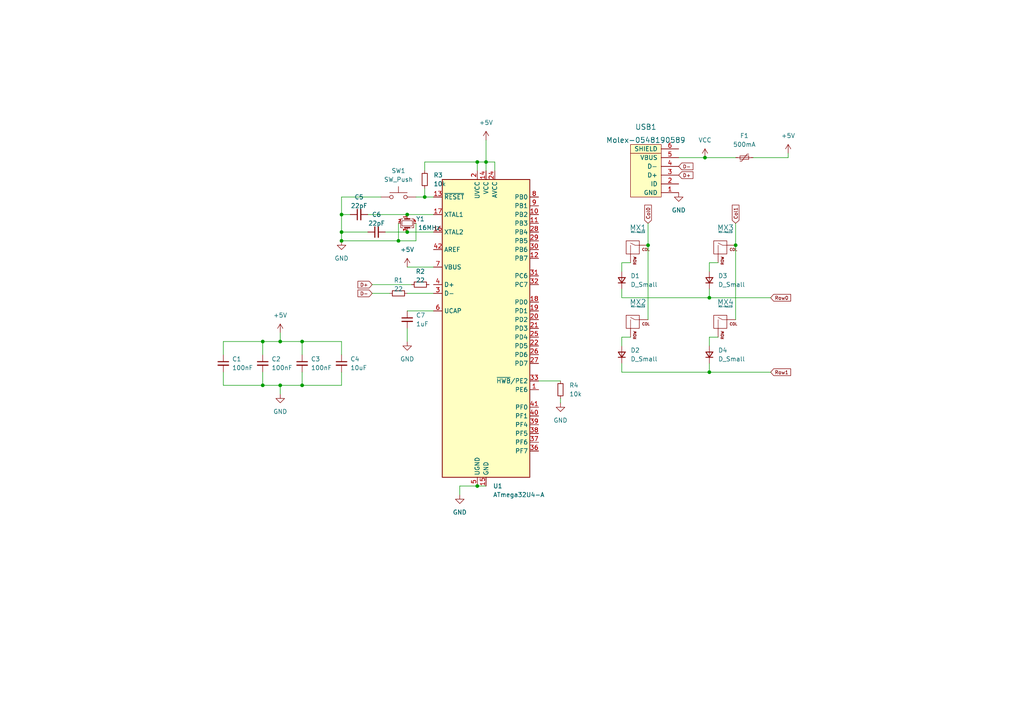
<source format=kicad_sch>
(kicad_sch (version 20211123) (generator eeschema)
  (paper "A4")
  (lib_symbols
    (symbol "Device:C_Small" (pin_numbers hide) (pin_names (offset 0.254) hide)
      (property "Reference" "C" (at 0.254 1.778 0))
      (property "Value" "C_Small" (at 0.254 -2.032 0))
      (symbol "C_Small_0_1"
        (polyline (pts (xy -1.524 -0.508) (xy 1.524 -0.508)) (stroke (width 0.3302)))
        (polyline (pts (xy -1.524 0.508) (xy 1.524 0.508)) (stroke (width 0.3048)))
      )
      (symbol "C_Small_1_1"
        (pin passive line (at 0 2.54 270) (length 2.032) (name "~") (number "1"))
        (pin passive line (at 0 -2.54 90) (length 2.032) (name "~") (number "2"))
      )
    )
    (symbol "Device:Crystal_GND24_Small" (pin_names (offset 1.016) hide)
      (property "Reference" "Y" (at 1.27 4.445 0))
      (property "Value" "Crystal_GND24_Small" (at 1.27 2.54 0))
      (symbol "Crystal_GND24_Small_0_1"
        (rectangle (start -0.762 -1.524) (end 0.762 1.524))
        (polyline (pts (xy -1.27 -0.762) (xy -1.27 0.762)) (stroke (width 0.381)))
        (polyline (pts (xy 1.27 -0.762) (xy 1.27 0.762)) (stroke (width 0.381)))
        (polyline (pts (xy -1.27 -1.27) (xy -1.27 -1.905) (xy 1.27 -1.905) (xy 1.27 -1.27)))
        (polyline (pts (xy -1.27 1.27) (xy -1.27 1.905) (xy 1.27 1.905) (xy 1.27 1.27)))
      )
      (symbol "Crystal_GND24_Small_1_1"
        (pin passive line (at -2.54 0 0) (length 1.27) (name "1") (number "1"))
        (pin passive line (at 0 -2.54 90) (length 0.635) (name "2") (number "2"))
        (pin passive line (at 2.54 0 180) (length 1.27) (name "3") (number "3"))
        (pin passive line (at 0 2.54 270) (length 0.635) (name "4") (number "4"))
      )
    )
    (symbol "Device:D_Small" (pin_numbers hide) (pin_names (offset 0.254) hide)
      (property "Reference" "D" (at -1.27 2.032 0))
      (property "Value" "D_Small" (at -3.81 -2.032 0))
      (symbol "D_Small_0_1"
        (polyline (pts (xy -0.762 -1.016) (xy -0.762 1.016)) (stroke (width 0.254)))
        (polyline (pts (xy -0.762 0) (xy 0.762 0)))
        (polyline (pts (xy 0.762 -1.016) (xy -0.762 0) (xy 0.762 1.016) (xy 0.762 -1.016)) (stroke (width 0.254)))
      )
      (symbol "D_Small_1_1"
        (pin passive line (at -2.54 0 0) (length 1.778) (name "K") (number "1"))
        (pin passive line (at 2.54 0 180) (length 1.778) (name "A") (number "2"))
      )
    )
    (symbol "Device:Polyfuse_Small" (pin_numbers hide) (pin_names (offset 0))
      (property "Reference" "F" (at -1.905 0 90))
      (property "Value" "Polyfuse_Small" (at 1.905 0 90))
      (symbol "Polyfuse_Small_0_1"
        (rectangle (start -0.508 1.27) (end 0.508 -1.27))
        (polyline (pts (xy 0 2.54) (xy 0 -2.54)))
        (polyline (pts (xy -1.016 1.27) (xy -1.016 0.762) (xy 1.016 -0.762) (xy 1.016 -1.27)))
      )
      (symbol "Polyfuse_Small_1_1"
        (pin passive line (at 0 2.54 270) (length 0.635) (name "~") (number "1"))
        (pin passive line (at 0 -2.54 90) (length 0.635) (name "~") (number "2"))
      )
    )
    (symbol "Device:R_Small" (pin_numbers hide) (pin_names (offset 0.254) hide)
      (property "Reference" "R" (at 0.762 0.508 0))
      (property "Value" "R_Small" (at 0.762 -1.016 0))
      (symbol "R_Small_0_1"
        (rectangle (start -0.762 1.778) (end 0.762 -1.778) (stroke (width 0.2032)))
      )
      (symbol "R_Small_1_1"
        (pin passive line (at 0 2.54 270) (length 0.762) (name "~") (number "1"))
        (pin passive line (at 0 -2.54 90) (length 0.762) (name "~") (number "2"))
      )
    )
    (symbol "MCU_Microchip_ATmega:ATmega32U4-A"
      (property "Reference" "U" (at -12.7 44.45 0))
      (property "Value" "ATmega32U4-A" (at 2.54 -44.45 0))
      (symbol "ATmega32U4-A_0_1"
        (rectangle (start -12.7 -43.18) (end 12.7 43.18) (stroke (width 0.254)) (fill (type background)))
      )
      (symbol "ATmega32U4-A_1_1"
        (pin bidirectional line (at 15.24 -17.78 180) (length 2.54) (name "PE6") (number "1"))
        (pin bidirectional line (at 15.24 33.02 180) (length 2.54) (name "PB2") (number "10"))
        (pin bidirectional line (at 15.24 30.48 180) (length 2.54) (name "PB3") (number "11"))
        (pin bidirectional line (at 15.24 20.32 180) (length 2.54) (name "PB7") (number "12"))
        (pin input line (at -15.24 38.1 0) (length 2.54) (name "~{RESET}") (number "13"))
        (pin power_in line (at 0 45.72 270) (length 2.54) (name "VCC") (number "14"))
        (pin power_in line (at 0 -45.72 90) (length 2.54) (name "GND") (number "15"))
        (pin output line (at -15.24 27.94 0) (length 2.54) (name "XTAL2") (number "16"))
        (pin input line (at -15.24 33.02 0) (length 2.54) (name "XTAL1") (number "17"))
        (pin bidirectional line (at 15.24 7.62 180) (length 2.54) (name "PD0") (number "18"))
        (pin bidirectional line (at 15.24 5.08 180) (length 2.54) (name "PD1") (number "19"))
        (pin power_in line (at -2.54 45.72 270) (length 2.54) (name "UVCC") (number "2"))
        (pin bidirectional line (at 15.24 2.54 180) (length 2.54) (name "PD2") (number "20"))
        (pin bidirectional line (at 15.24 0 180) (length 2.54) (name "PD3") (number "21"))
        (pin bidirectional line (at 15.24 -5.08 180) (length 2.54) (name "PD5") (number "22"))
        (pin passive line (at 0 -45.72 90) (length 2.54) hide (name "GND") (number "23"))
        (pin power_in line (at 2.54 45.72 270) (length 2.54) (name "AVCC") (number "24"))
        (pin bidirectional line (at 15.24 -2.54 180) (length 2.54) (name "PD4") (number "25"))
        (pin bidirectional line (at 15.24 -7.62 180) (length 2.54) (name "PD6") (number "26"))
        (pin bidirectional line (at 15.24 -10.16 180) (length 2.54) (name "PD7") (number "27"))
        (pin bidirectional line (at 15.24 27.94 180) (length 2.54) (name "PB4") (number "28"))
        (pin bidirectional line (at 15.24 25.4 180) (length 2.54) (name "PB5") (number "29"))
        (pin bidirectional line (at -15.24 10.16 0) (length 2.54) (name "D-") (number "3"))
        (pin bidirectional line (at 15.24 22.86 180) (length 2.54) (name "PB6") (number "30"))
        (pin bidirectional line (at 15.24 15.24 180) (length 2.54) (name "PC6") (number "31"))
        (pin bidirectional line (at 15.24 12.7 180) (length 2.54) (name "PC7") (number "32"))
        (pin bidirectional line (at 15.24 -15.24 180) (length 2.54) (name "~{HWB}/PE2") (number "33"))
        (pin passive line (at 0 45.72 270) (length 2.54) hide (name "VCC") (number "34"))
        (pin passive line (at 0 -45.72 90) (length 2.54) hide (name "GND") (number "35"))
        (pin bidirectional line (at 15.24 -35.56 180) (length 2.54) (name "PF7") (number "36"))
        (pin bidirectional line (at 15.24 -33.02 180) (length 2.54) (name "PF6") (number "37"))
        (pin bidirectional line (at 15.24 -30.48 180) (length 2.54) (name "PF5") (number "38"))
        (pin bidirectional line (at 15.24 -27.94 180) (length 2.54) (name "PF4") (number "39"))
        (pin bidirectional line (at -15.24 12.7 0) (length 2.54) (name "D+") (number "4"))
        (pin bidirectional line (at 15.24 -25.4 180) (length 2.54) (name "PF1") (number "40"))
        (pin bidirectional line (at 15.24 -22.86 180) (length 2.54) (name "PF0") (number "41"))
        (pin passive line (at -15.24 22.86 0) (length 2.54) (name "AREF") (number "42"))
        (pin passive line (at 0 -45.72 90) (length 2.54) hide (name "GND") (number "43"))
        (pin passive line (at 2.54 45.72 270) (length 2.54) hide (name "AVCC") (number "44"))
        (pin passive line (at -2.54 -45.72 90) (length 2.54) (name "UGND") (number "5"))
        (pin passive line (at -15.24 5.08 0) (length 2.54) (name "UCAP") (number "6"))
        (pin input line (at -15.24 17.78 0) (length 2.54) (name "VBUS") (number "7"))
        (pin bidirectional line (at 15.24 38.1 180) (length 2.54) (name "PB0") (number "8"))
        (pin bidirectional line (at 15.24 35.56 180) (length 2.54) (name "PB1") (number "9"))
      )
    )
    (symbol "MX_Alps_Hybrid:MX-NoLED" (pin_names (offset 1.016))
      (property "Reference" "MX" (at -0.635 3.81 0))
      (property "Value" "MX-NoLED" (at -0.635 1.27 0))
      (symbol "MX-NoLED_0_0"
        (rectangle (start -2.54 2.54) (end 1.27 -1.27))
        (polyline (pts (xy -1.27 -1.27) (xy -1.27 1.27)) (stroke (width 0.127)))
        (polyline (pts (xy 1.27 1.27) (xy 0 1.27) (xy -1.27 1.905)) (stroke (width 0.127)))
        (text "COL" (at 3.175 0 0) (effects (font (size 0.762 0.762))))
        (text "ROW" (at 0 -1.905 900) (effects (font (size 0.762 0.762)) (justify right)))
      )
      (symbol "MX-NoLED_1_1"
        (pin passive line (at 3.81 1.27 180) (length 2.54) (name "COL") (number "1"))
        (pin passive line (at -1.27 -3.81 90) (length 2.54) (name "ROW") (number "2"))
      )
    )
    (symbol "Switch:SW_Push" (pin_numbers hide) (pin_names (offset 1.016) hide)
      (property "Reference" "SW" (at 1.27 2.54 0))
      (property "Value" "SW_Push" (at 0 -1.524 0))
      (symbol "SW_Push_0_1"
        (circle (center -2.032 0) (radius 0.508))
        (polyline (pts (xy 0 1.27) (xy 0 3.048)))
        (polyline (pts (xy 2.54 1.27) (xy -2.54 1.27)))
        (circle (center 2.032 0) (radius 0.508))
        (pin passive line (at -5.08 0 0) (length 2.54) (name "1") (number "1"))
        (pin passive line (at 5.08 0 180) (length 2.54) (name "2") (number "2"))
      )
    )
    (symbol "power:+5V" (power) (pin_names (offset 0))
      (property "Value" "+5V" (at 0 3.556 0))
      (symbol "+5V_0_1"
        (polyline (pts (xy -0.762 1.27) (xy 0 2.54)))
        (polyline (pts (xy 0 0) (xy 0 2.54)))
        (polyline (pts (xy 0 2.54) (xy 0.762 1.27)))
      )
      (symbol "+5V_1_1"
        (pin power_in line (at 0 0 90) (length 0) hide (name "+5V") (number "1"))
      )
    )
    (symbol "power:GND" (power) (pin_names (offset 0))
      (property "Value" "GND" (at 0 -3.81 0))
      (symbol "GND_0_1"
        (polyline (pts (xy 0 0) (xy 0 -1.27) (xy 1.27 -1.27) (xy 0 -2.54) (xy -1.27 -1.27) (xy 0 -1.27)))
      )
      (symbol "GND_1_1"
        (pin power_in line (at 0 0 270) (length 0) hide (name "GND") (number "1"))
      )
    )
    (symbol "power:VCC" (power) (pin_names (offset 0))
      (property "Value" "VCC" (at 0 3.81 0))
      (symbol "VCC_0_1"
        (polyline (pts (xy -0.762 1.27) (xy 0 2.54)))
        (polyline (pts (xy 0 0) (xy 0 2.54)))
        (polyline (pts (xy 0 2.54) (xy 0.762 1.27)))
      )
      (symbol "VCC_1_1"
        (pin power_in line (at 0 0 90) (length 0) hide (name "VCC") (number "1"))
      )
    )
    (symbol "random-keyboard-parts:Molex-0548190589" (pin_names (offset 1.016))
      (property "Reference" "USB" (at 0 7.62 0))
      (property "Value" "Molex-0548190589" (at 0 10.16 0))
      (symbol "Molex-0548190589_0_0"
        (polyline (pts (xy 6.35 -2.54) (xy 6.35 6.35)))
        (rectangle (start 8.89 -2.54) (end -6.35 6.35) (fill (type background)))
      )
      (symbol "Molex-0548190589_1_1"
        (pin input line (at -5.08 -7.62 90) (length 5.08) (name "GND") (number "1"))
        (pin input line (at -2.54 -7.62 90) (length 5.08) (name "ID") (number "2"))
        (pin input line (at 0 -7.62 90) (length 5.08) (name "D+") (number "3"))
        (pin input line (at 2.54 -7.62 90) (length 5.08) (name "D-") (number "4"))
        (pin input line (at 5.08 -7.62 90) (length 5.08) (name "VBUS") (number "5"))
        (pin input line (at 7.62 -7.62 90) (length 5.08) (name "SHIELD") (number "6"))
      )
    )
  )
  (junction (at 187.96 71.12))
  (junction (at 81.28 99.06))
  (junction (at 115.57 69.85))
  (junction (at 81.28 111.76))
  (junction (at 123.19 57.15))
  (junction (at 99.06 62.23))
  (junction (at 205.74 107.95))
  (junction (at 205.74 86.36))
  (junction (at 118.11 67.31))
  (junction (at 87.63 99.06))
  (junction (at 213.36 71.12))
  (junction (at 87.63 111.76))
  (junction (at 138.43 46.99))
  (junction (at 76.2 111.76))
  (junction (at 99.06 69.85))
  (junction (at 204.47 45.72))
  (junction (at 118.11 62.23))
  (junction (at 140.97 46.99))
  (junction (at 99.06 67.31))
  (junction (at 138.43 140.97))
  (junction (at 76.2 99.06))
  (wire (pts (xy 162.56 115.57) (xy 162.56 116.84)))
  (wire (pts (xy 106.68 62.23) (xy 118.11 62.23)))
  (wire (pts (xy 213.36 71.12) (xy 213.36 92.71)))
  (wire (pts (xy 213.36 64.77) (xy 213.36 71.12)))
  (wire (pts (xy 205.74 107.95) (xy 223.52 107.95)))
  (wire (pts (xy 87.63 99.06) (xy 87.63 102.87)))
  (wire (pts (xy 140.97 46.99) (xy 140.97 40.64)))
  (wire (pts (xy 205.74 76.2) (xy 205.74 78.74)))
  (wire (pts (xy 180.34 76.2) (xy 180.34 78.74)))
  (wire (pts (xy 156.21 110.49) (xy 162.56 110.49)))
  (wire (pts (xy 187.96 64.77) (xy 187.96 71.12)))
  (wire (pts (xy 138.43 140.97) (xy 140.97 140.97)))
  (wire (pts (xy 120.65 64.77) (xy 120.65 69.85)))
  (wire (pts (xy 143.51 46.99) (xy 140.97 46.99)))
  (wire (pts (xy 81.28 96.52) (xy 81.28 99.06)))
  (wire (pts (xy 99.06 69.85) (xy 115.57 69.85)))
  (wire (pts (xy 180.34 105.41) (xy 180.34 107.95)))
  (wire (pts (xy 64.77 99.06) (xy 76.2 99.06)))
  (wire (pts (xy 204.47 45.72) (xy 213.36 45.72)))
  (wire (pts (xy 205.74 107.95) (xy 205.74 105.41)))
  (wire (pts (xy 205.74 83.82) (xy 205.74 86.36)))
  (wire (pts (xy 76.2 111.76) (xy 81.28 111.76)))
  (wire (pts (xy 120.65 57.15) (xy 123.19 57.15)))
  (wire (pts (xy 64.77 102.87) (xy 64.77 99.06)))
  (wire (pts (xy 140.97 46.99) (xy 140.97 49.53)))
  (wire (pts (xy 123.19 57.15) (xy 125.73 57.15)))
  (wire (pts (xy 143.51 49.53) (xy 143.51 46.99)))
  (wire (pts (xy 118.11 95.25) (xy 118.11 99.06)))
  (wire (pts (xy 101.6 62.23) (xy 99.06 62.23)))
  (wire (pts (xy 81.28 111.76) (xy 87.63 111.76)))
  (wire (pts (xy 180.34 97.79) (xy 180.34 100.33)))
  (wire (pts (xy 182.88 97.79) (xy 180.34 97.79)))
  (wire (pts (xy 228.6 44.45) (xy 228.6 45.72)))
  (wire (pts (xy 123.19 54.61) (xy 123.19 57.15)))
  (wire (pts (xy 81.28 111.76) (xy 81.28 114.3)))
  (wire (pts (xy 87.63 111.76) (xy 99.06 111.76)))
  (wire (pts (xy 99.06 62.23) (xy 99.06 67.31)))
  (wire (pts (xy 180.34 83.82) (xy 180.34 86.36)))
  (wire (pts (xy 205.74 86.36) (xy 223.52 86.36)))
  (wire (pts (xy 196.85 45.72) (xy 204.47 45.72)))
  (wire (pts (xy 182.88 76.2) (xy 180.34 76.2)))
  (wire (pts (xy 118.11 62.23) (xy 125.73 62.23)))
  (wire (pts (xy 99.06 67.31) (xy 106.68 67.31)))
  (wire (pts (xy 125.73 77.47) (xy 118.11 77.47)))
  (wire (pts (xy 218.44 45.72) (xy 228.6 45.72)))
  (wire (pts (xy 110.49 57.15) (xy 99.06 57.15)))
  (wire (pts (xy 107.95 82.55) (xy 119.38 82.55)))
  (wire (pts (xy 99.06 107.95) (xy 99.06 111.76)))
  (wire (pts (xy 180.34 86.36) (xy 205.74 86.36)))
  (wire (pts (xy 208.28 76.2) (xy 205.74 76.2)))
  (wire (pts (xy 205.74 97.79) (xy 205.74 100.33)))
  (wire (pts (xy 208.28 97.79) (xy 205.74 97.79)))
  (wire (pts (xy 187.96 71.12) (xy 187.96 92.71)))
  (wire (pts (xy 118.11 90.17) (xy 125.73 90.17)))
  (wire (pts (xy 133.35 140.97) (xy 133.35 143.51)))
  (wire (pts (xy 138.43 140.97) (xy 133.35 140.97)))
  (wire (pts (xy 118.11 67.31) (xy 125.73 67.31)))
  (wire (pts (xy 118.11 85.09) (xy 125.73 85.09)))
  (wire (pts (xy 76.2 99.06) (xy 81.28 99.06)))
  (wire (pts (xy 120.65 69.85) (xy 115.57 69.85)))
  (wire (pts (xy 64.77 107.95) (xy 64.77 111.76)))
  (wire (pts (xy 87.63 99.06) (xy 99.06 99.06)))
  (wire (pts (xy 180.34 107.95) (xy 205.74 107.95)))
  (wire (pts (xy 87.63 107.95) (xy 87.63 111.76)))
  (wire (pts (xy 76.2 107.95) (xy 76.2 111.76)))
  (wire (pts (xy 123.19 46.99) (xy 138.43 46.99)))
  (wire (pts (xy 138.43 46.99) (xy 140.97 46.99)))
  (wire (pts (xy 111.76 67.31) (xy 118.11 67.31)))
  (wire (pts (xy 115.57 69.85) (xy 115.57 64.77)))
  (wire (pts (xy 123.19 49.53) (xy 123.19 46.99)))
  (wire (pts (xy 99.06 99.06) (xy 99.06 102.87)))
  (wire (pts (xy 81.28 99.06) (xy 87.63 99.06)))
  (wire (pts (xy 99.06 69.85) (xy 99.06 67.31)))
  (wire (pts (xy 138.43 49.53) (xy 138.43 46.99)))
  (wire (pts (xy 107.95 85.09) (xy 113.03 85.09)))
  (wire (pts (xy 64.77 111.76) (xy 76.2 111.76)))
  (wire (pts (xy 99.06 57.15) (xy 99.06 62.23)))
  (wire (pts (xy 76.2 99.06) (xy 76.2 102.87)))
  (global_label "D+" (shape input) (at 196.85 50.8 0) (effects (font (size 1 1))) (property "Intersheet References" "${INTERSHEET_REFS}" (effects hide)))
  (global_label "D+" (shape input) (at 107.95 82.55 180) (effects (font (size 1 1))) (property "Intersheet References" "${INTERSHEET_REFS}" (effects hide)))
  (global_label "Col1" (shape input) (at 213.36 64.77 90) (effects (font (size 1 1))) (property "Intersheet References" "${INTERSHEET_REFS}" (effects hide)))
  (global_label "D-" (shape input) (at 107.95 85.09 180) (effects (font (size 1 1))) (property "Intersheet References" "${INTERSHEET_REFS}" (effects hide)))
  (global_label "Row1" (shape input) (at 223.52 107.95 0) (effects (font (size 1 1))) (property "Intersheet References" "${INTERSHEET_REFS}" (effects hide)))
  (global_label "Row0" (shape input) (at 223.52 86.36 0) (effects (font (size 1 1))) (property "Intersheet References" "${INTERSHEET_REFS}" (effects hide)))
  (global_label "D-" (shape input) (at 196.85 48.26 0) (effects (font (size 1 1))) (property "Intersheet References" "${INTERSHEET_REFS}" (effects hide)))
  (global_label "Col0" (shape input) (at 187.96 64.77 90) (effects (font (size 1 1))) (property "Intersheet References" "${INTERSHEET_REFS}" (effects hide)))
  (symbol (lib_id "Device:R_Small") (at 162.56 113.03 0) (unit 1)
    (property "Reference" "R4" (at 165.1 111.7599 0) (effects (justify left)))
    (property "Value" "10k" (at 165.1 114.2999 0) (effects (justify left)))
    (property "Footprint" "Resistor_SMD:R_0805_2012Metric" (effects hide))
  )
  (symbol (lib_id "MX_Alps_Hybrid:MX-NoLED") (at 184.15 93.98 0) (unit 1)
    (property "Reference" "MX2" (at 185.0356 87.63 0) (effects (font (size 1.524 1.524))))
    (property "Value" "MX-NoLED" (at 185.0356 88.9 0) (effects (font (size 0.508 0.508))))
    (property "Footprint" "MX_Alps_Hybrid:MX-1U-NoLED" (effects hide))
  )
  (symbol (lib_id "power:+5V") (at 228.6 44.45 0) (unit 1)
    (property "Reference" "#PWR0110" (effects hide))
    (property "Value" "+5V" (at 228.6 39.37 0))
  )
  (symbol (lib_id "power:GND") (at 162.56 116.84 0) (unit 1)
    (property "Reference" "#PWR0104" (effects hide))
    (property "Value" "GND" (at 162.56 121.92 0))
  )
  (symbol (lib_id "Device:C_Small") (at 76.2 105.41 0) (unit 1)
    (property "Reference" "C2" (at 78.74 104.1462 0) (effects (justify left)))
    (property "Value" "100nF" (at 78.74 106.6862 0) (effects (justify left)))
    (property "Footprint" "Capacitor_SMD:C_0805_2012Metric" (effects hide))
  )
  (symbol (lib_id "power:GND") (at 133.35 143.51 0) (unit 1)
    (property "Reference" "#PWR0103" (effects hide))
    (property "Value" "GND" (at 133.35 148.59 0))
  )
  (symbol (lib_id "random-keyboard-parts:Molex-0548190589") (at 189.23 50.8 90) (unit 1)
    (property "Reference" "USB1" (at 187.325 36.83 90) (effects (font (size 1.524 1.524))))
    (property "Value" "Molex-0548190589" (at 187.325 40.64 90) (effects (font (size 1.524 1.524))))
    (property "Footprint" "random-keyboard-parts:Molex-0548190589" (effects hide))
  )
  (symbol (lib_id "Device:D_Small") (at 205.74 81.28 90) (unit 1)
    (property "Reference" "D3" (at 208.28 80.0099 90) (effects (justify right)))
    (property "Value" "D_Small" (at 208.28 82.5499 90) (effects (justify right)))
    (property "Footprint" "Diode_SMD:D_SOD-123" (effects hide))
  )
  (symbol (lib_id "Device:D_Small") (at 180.34 102.87 90) (unit 1)
    (property "Reference" "D2" (at 182.88 101.5999 90) (effects (justify right)))
    (property "Value" "D_Small" (at 182.88 104.1399 90) (effects (justify right)))
    (property "Footprint" "Diode_SMD:D_SOD-123" (effects hide))
  )
  (symbol (lib_id "power:+5V") (at 118.11 77.47 0) (unit 1)
    (property "Reference" "#PWR0102" (effects hide))
    (property "Value" "+5V" (at 118.11 72.39 0))
  )
  (symbol (lib_id "Device:C_Small") (at 99.06 105.41 0) (unit 1)
    (property "Reference" "C4" (at 101.6 104.1462 0) (effects (justify left)))
    (property "Value" "10uF" (at 101.6 106.6862 0) (effects (justify left)))
    (property "Footprint" "Capacitor_SMD:C_0805_2012Metric" (effects hide))
  )
  (symbol (lib_id "Device:C_Small") (at 64.77 105.41 0) (unit 1)
    (property "Reference" "C1" (at 67.31 104.1462 0) (effects (justify left)))
    (property "Value" "100nF" (at 67.31 106.6862 0) (effects (justify left)))
    (property "Footprint" "Capacitor_SMD:C_0805_2012Metric" (effects hide))
  )
  (symbol (lib_id "Device:C_Small") (at 87.63 105.41 0) (unit 1)
    (property "Reference" "C3" (at 90.17 104.1462 0) (effects (justify left)))
    (property "Value" "100nF" (at 90.17 106.6862 0) (effects (justify left)))
    (property "Footprint" "Capacitor_SMD:C_0805_2012Metric" (effects hide))
  )
  (symbol (lib_id "Device:R_Small") (at 115.57 85.09 90) (unit 1)
    (property "Reference" "R1" (at 115.57 81.28 90))
    (property "Value" "22" (at 115.57 83.82 90))
    (property "Footprint" "Resistor_SMD:R_0805_2012Metric" (effects hide))
  )
  (symbol (lib_id "power:GND") (at 118.11 99.06 0) (unit 1)
    (property "Reference" "#PWR0105" (effects hide))
    (property "Value" "GND" (at 118.11 104.14 0))
  )
  (symbol (lib_id "Device:R_Small") (at 123.19 52.07 0) (unit 1)
    (property "Reference" "R3" (at 125.73 50.7999 0) (effects (justify left)))
    (property "Value" "10k" (at 125.73 53.3399 0) (effects (justify left)))
    (property "Footprint" "Resistor_SMD:R_0805_2012Metric" (effects hide))
  )
  (symbol (lib_id "power:GND") (at 81.28 114.3 0) (unit 1)
    (property "Reference" "#PWR0108" (effects hide))
    (property "Value" "GND" (at 81.28 119.38 0))
  )
  (symbol (lib_id "Device:C_Small") (at 118.11 92.71 0) (unit 1)
    (property "Reference" "C7" (at 120.65 91.4462 0) (effects (justify left)))
    (property "Value" "1uF" (at 120.65 93.9862 0) (effects (justify left)))
    (property "Footprint" "Capacitor_SMD:C_0805_2012Metric" (effects hide))
  )
  (symbol (lib_id "MX_Alps_Hybrid:MX-NoLED") (at 209.55 93.98 0) (unit 1)
    (property "Reference" "MX4" (at 210.4356 87.63 0) (effects (font (size 1.524 1.524))))
    (property "Value" "MX-NoLED" (at 210.4356 88.9 0) (effects (font (size 0.508 0.508))))
    (property "Footprint" "MX_Alps_Hybrid:MX-1U-NoLED" (effects hide))
  )
  (symbol (lib_id "power:GND") (at 196.85 55.88 0) (unit 1)
    (property "Reference" "#PWR0111" (effects hide))
    (property "Value" "GND" (at 196.85 60.96 0))
  )
  (symbol (lib_id "MX_Alps_Hybrid:MX-NoLED") (at 209.55 72.39 0) (unit 1)
    (property "Reference" "MX3" (at 210.4356 66.04 0) (effects (font (size 1.524 1.524))))
    (property "Value" "MX-NoLED" (at 210.4356 67.31 0) (effects (font (size 0.508 0.508))))
    (property "Footprint" "MX_Alps_Hybrid:MX-1U-NoLED" (effects hide))
  )
  (symbol (lib_id "Device:C_Small") (at 104.14 62.23 90) (unit 1)
    (property "Reference" "C5" (at 104.14 57.15 90))
    (property "Value" "22pF" (at 104.14 59.69 90))
    (property "Footprint" "Capacitor_SMD:C_0805_2012Metric" (effects hide))
  )
  (symbol (lib_id "MX_Alps_Hybrid:MX-NoLED") (at 184.15 72.39 0) (unit 1)
    (property "Reference" "MX1" (at 185.0356 66.04 0) (effects (font (size 1.524 1.524))))
    (property "Value" "MX-NoLED" (at 185.0356 67.31 0) (effects (font (size 0.508 0.508))))
    (property "Footprint" "MX_Alps_Hybrid:MX-1U-NoLED" (effects hide))
  )
  (symbol (lib_id "power:+5V") (at 140.97 40.64 0) (unit 1)
    (property "Reference" "#PWR0101" (effects hide))
    (property "Value" "+5V" (at 140.97 35.56 0))
  )
  (symbol (lib_id "Device:Crystal_GND24_Small") (at 118.11 64.77 270) (unit 1)
    (property "Reference" "Y1" (at 121.92 63.5 90))
    (property "Value" "16MHz" (at 124.46 66.04 90))
    (property "Footprint" "Crystal:Crystal_SMD_3225-4Pin_3.2x2.5mm" (effects hide))
  )
  (symbol (lib_id "power:GND") (at 99.06 69.85 0) (unit 1)
    (property "Reference" "#PWR0106" (effects hide))
    (property "Value" "GND" (at 99.06 74.93 0))
  )
  (symbol (lib_id "power:VCC") (at 204.47 45.72 0) (unit 1)
    (property "Reference" "#PWR0109" (effects hide))
    (property "Value" "VCC" (at 204.47 40.64 0))
  )
  (symbol (lib_id "power:+5V") (at 81.28 96.52 0) (unit 1)
    (property "Reference" "#PWR0107" (effects hide))
    (property "Value" "+5V" (at 81.28 91.44 0))
  )
  (symbol (lib_id "MCU_Microchip_ATmega:ATmega32U4-A") (at 140.97 95.25 0) (unit 1)
    (property "Reference" "U1" (at 142.9894 140.97 0) (effects (justify left)))
    (property "Value" "ATmega32U4-A" (at 142.9894 143.51 0) (effects (justify left)))
    (property "Footprint" "Package_QFP:TQFP-44_10x10mm_P0.8mm" (effects hide))
    (property "Datasheet" "http://ww1.microchip.com/downloads/en/DeviceDoc/Atmel-7766-8-bit-AVR-ATmega16U4-32U4_Datasheet.pdf" (effects hide))
  )
  (symbol (lib_id "Device:Polyfuse_Small") (at 215.9 45.72 90) (unit 1)
    (property "Reference" "F1" (at 215.9 39.37 90))
    (property "Value" "500mA" (at 215.9 41.91 90))
    (property "Footprint" "Fuse:Fuse_1206_3216Metric" (effects hide))
  )
  (symbol (lib_id "Switch:SW_Push") (at 115.57 57.15 0) (unit 1)
    (property "Reference" "SW1" (at 115.57 49.53 0))
    (property "Value" "SW_Push" (at 115.57 52.07 0))
    (property "Footprint" "random-keyboard-parts:SKQG-1155865" (effects hide))
  )
  (symbol (lib_id "Device:C_Small") (at 109.22 67.31 90) (unit 1)
    (property "Reference" "C6" (at 109.22 62.23 90))
    (property "Value" "22pF" (at 109.22 64.77 90))
    (property "Footprint" "Capacitor_SMD:C_0805_2012Metric" (effects hide))
  )
  (symbol (lib_id "Device:D_Small") (at 205.74 102.87 90) (unit 1)
    (property "Reference" "D4" (at 208.28 101.5999 90) (effects (justify right)))
    (property "Value" "D_Small" (at 208.28 104.1399 90) (effects (justify right)))
    (property "Footprint" "Diode_SMD:D_SOD-123" (effects hide))
  )
  (symbol (lib_id "Device:D_Small") (at 180.34 81.28 90) (unit 1)
    (property "Reference" "D1" (at 182.88 80.0099 90) (effects (justify right)))
    (property "Value" "D_Small" (at 182.88 82.5499 90) (effects (justify right)))
    (property "Footprint" "Diode_SMD:D_SOD-123" (effects hide))
  )
  (symbol (lib_id "Device:R_Small") (at 121.92 82.55 90) (unit 1)
    (property "Reference" "R2" (at 121.92 78.74 90))
    (property "Value" "22" (at 121.92 81.28 90))
    (property "Footprint" "Resistor_SMD:R_0805_2012Metric" (effects hide))
  )
)
</source>
